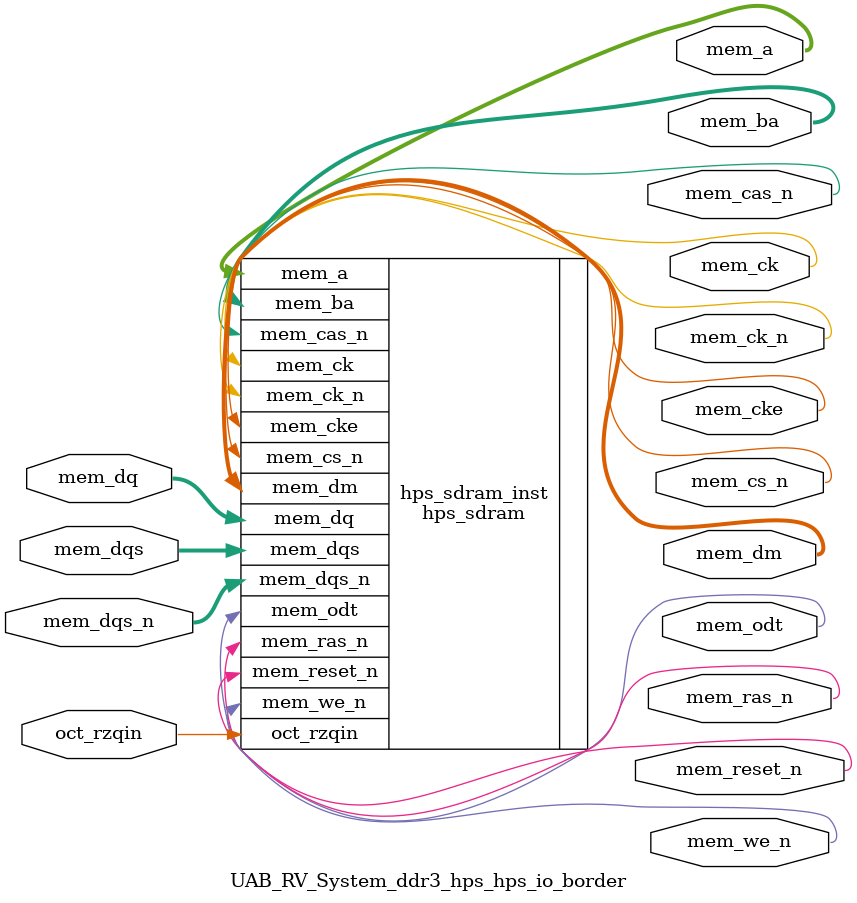
<source format=sv>


module UAB_RV_System_ddr3_hps_hps_io_border(
// memory
  output wire [15 - 1 : 0 ] mem_a
 ,output wire [3 - 1 : 0 ] mem_ba
 ,output wire [1 - 1 : 0 ] mem_ck
 ,output wire [1 - 1 : 0 ] mem_ck_n
 ,output wire [1 - 1 : 0 ] mem_cke
 ,output wire [1 - 1 : 0 ] mem_cs_n
 ,output wire [1 - 1 : 0 ] mem_ras_n
 ,output wire [1 - 1 : 0 ] mem_cas_n
 ,output wire [1 - 1 : 0 ] mem_we_n
 ,output wire [1 - 1 : 0 ] mem_reset_n
 ,inout wire [32 - 1 : 0 ] mem_dq
 ,inout wire [4 - 1 : 0 ] mem_dqs
 ,inout wire [4 - 1 : 0 ] mem_dqs_n
 ,output wire [1 - 1 : 0 ] mem_odt
 ,output wire [4 - 1 : 0 ] mem_dm
 ,input wire [1 - 1 : 0 ] oct_rzqin
);


hps_sdram hps_sdram_inst(
 .mem_dq({
    mem_dq[31:0] // 31:0
  })
,.mem_odt({
    mem_odt[0:0] // 0:0
  })
,.mem_ras_n({
    mem_ras_n[0:0] // 0:0
  })
,.mem_dqs_n({
    mem_dqs_n[3:0] // 3:0
  })
,.mem_dqs({
    mem_dqs[3:0] // 3:0
  })
,.mem_dm({
    mem_dm[3:0] // 3:0
  })
,.mem_we_n({
    mem_we_n[0:0] // 0:0
  })
,.mem_cas_n({
    mem_cas_n[0:0] // 0:0
  })
,.mem_ba({
    mem_ba[2:0] // 2:0
  })
,.mem_a({
    mem_a[14:0] // 14:0
  })
,.mem_cs_n({
    mem_cs_n[0:0] // 0:0
  })
,.mem_ck({
    mem_ck[0:0] // 0:0
  })
,.mem_cke({
    mem_cke[0:0] // 0:0
  })
,.oct_rzqin({
    oct_rzqin[0:0] // 0:0
  })
,.mem_reset_n({
    mem_reset_n[0:0] // 0:0
  })
,.mem_ck_n({
    mem_ck_n[0:0] // 0:0
  })
);

endmodule


</source>
